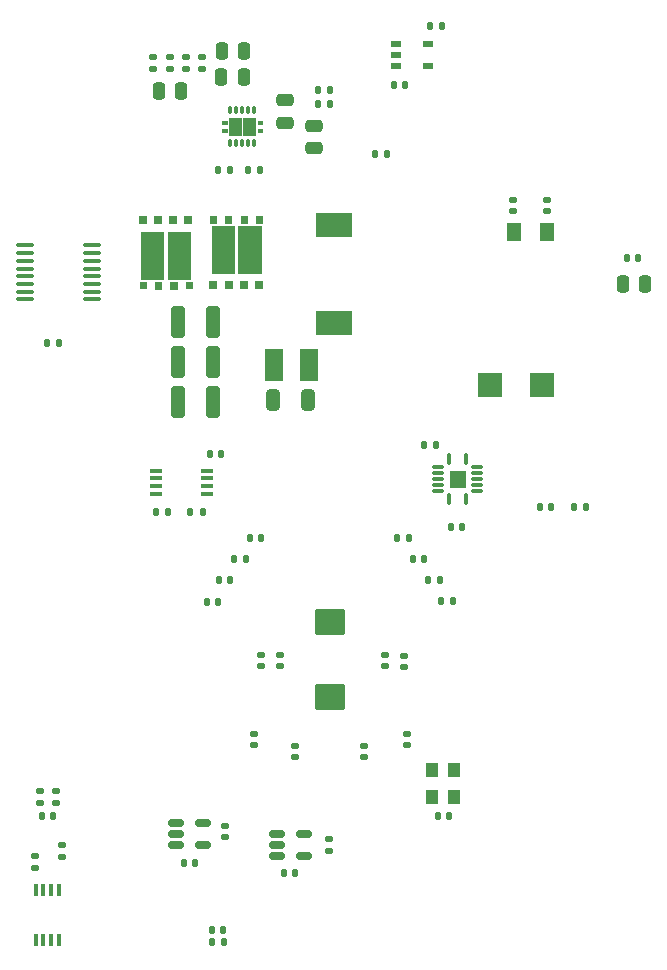
<source format=gbr>
%TF.GenerationSoftware,KiCad,Pcbnew,7.0.6-0*%
%TF.CreationDate,2023-07-12T23:14:27-04:00*%
%TF.ProjectId,bitaxeUltra,62697461-7865-4556-9c74-72612e6b6963,rev?*%
%TF.SameCoordinates,Original*%
%TF.FileFunction,Paste,Top*%
%TF.FilePolarity,Positive*%
%FSLAX46Y46*%
G04 Gerber Fmt 4.6, Leading zero omitted, Abs format (unit mm)*
G04 Created by KiCad (PCBNEW 7.0.6-0) date 2023-07-12 23:14:27*
%MOMM*%
%LPD*%
G01*
G04 APERTURE LIST*
G04 Aperture macros list*
%AMRoundRect*
0 Rectangle with rounded corners*
0 $1 Rounding radius*
0 $2 $3 $4 $5 $6 $7 $8 $9 X,Y pos of 4 corners*
0 Add a 4 corners polygon primitive as box body*
4,1,4,$2,$3,$4,$5,$6,$7,$8,$9,$2,$3,0*
0 Add four circle primitives for the rounded corners*
1,1,$1+$1,$2,$3*
1,1,$1+$1,$4,$5*
1,1,$1+$1,$6,$7*
1,1,$1+$1,$8,$9*
0 Add four rect primitives between the rounded corners*
20,1,$1+$1,$2,$3,$4,$5,0*
20,1,$1+$1,$4,$5,$6,$7,0*
20,1,$1+$1,$6,$7,$8,$9,0*
20,1,$1+$1,$8,$9,$2,$3,0*%
G04 Aperture macros list end*
%ADD10C,0.010000*%
%ADD11C,0.001000*%
%ADD12RoundRect,0.250000X0.475000X-0.250000X0.475000X0.250000X-0.475000X0.250000X-0.475000X-0.250000X0*%
%ADD13RoundRect,0.140000X0.140000X0.170000X-0.140000X0.170000X-0.140000X-0.170000X0.140000X-0.170000X0*%
%ADD14R,2.000000X2.000000*%
%ADD15RoundRect,0.100000X-0.637500X-0.100000X0.637500X-0.100000X0.637500X0.100000X-0.637500X0.100000X0*%
%ADD16RoundRect,0.140000X-0.170000X0.140000X-0.170000X-0.140000X0.170000X-0.140000X0.170000X0.140000X0*%
%ADD17RoundRect,0.135000X0.185000X-0.135000X0.185000X0.135000X-0.185000X0.135000X-0.185000X-0.135000X0*%
%ADD18RoundRect,0.135000X-0.185000X0.135000X-0.185000X-0.135000X0.185000X-0.135000X0.185000X0.135000X0*%
%ADD19RoundRect,0.250000X0.250000X0.475000X-0.250000X0.475000X-0.250000X-0.475000X0.250000X-0.475000X0*%
%ADD20RoundRect,0.250000X-0.475000X0.250000X-0.475000X-0.250000X0.475000X-0.250000X0.475000X0.250000X0*%
%ADD21RoundRect,0.250000X-0.250000X-0.475000X0.250000X-0.475000X0.250000X0.475000X-0.250000X0.475000X0*%
%ADD22R,1.168400X1.600200*%
%ADD23RoundRect,0.150000X-0.512500X-0.150000X0.512500X-0.150000X0.512500X0.150000X-0.512500X0.150000X0*%
%ADD24R,0.400000X1.100000*%
%ADD25RoundRect,0.140000X-0.140000X-0.170000X0.140000X-0.170000X0.140000X0.170000X-0.140000X0.170000X0*%
%ADD26RoundRect,0.135000X0.135000X0.185000X-0.135000X0.185000X-0.135000X-0.185000X0.135000X-0.185000X0*%
%ADD27RoundRect,0.140000X0.170000X-0.140000X0.170000X0.140000X-0.170000X0.140000X-0.170000X-0.140000X0*%
%ADD28RoundRect,0.007800X-0.122200X0.442200X-0.122200X-0.442200X0.122200X-0.442200X0.122200X0.442200X0*%
%ADD29RoundRect,0.007800X-0.442200X-0.122200X0.442200X-0.122200X0.442200X0.122200X-0.442200X0.122200X0*%
%ADD30R,3.100000X2.000000*%
%ADD31R,1.100000X0.400000*%
%ADD32RoundRect,0.135000X-0.135000X-0.185000X0.135000X-0.185000X0.135000X0.185000X-0.135000X0.185000X0*%
%ADD33RoundRect,0.250000X-1.025000X0.875000X-1.025000X-0.875000X1.025000X-0.875000X1.025000X0.875000X0*%
%ADD34R,0.700000X0.800000*%
%ADD35RoundRect,0.007874X-0.112126X0.292126X-0.112126X-0.292126X0.112126X-0.292126X0.112126X0.292126X0*%
%ADD36R,1.600000X2.700000*%
%ADD37RoundRect,0.250000X-0.325000X-1.100000X0.325000X-1.100000X0.325000X1.100000X-0.325000X1.100000X0*%
%ADD38R,1.100000X1.300000*%
%ADD39RoundRect,0.250000X0.325000X0.650000X-0.325000X0.650000X-0.325000X-0.650000X0.325000X-0.650000X0*%
%ADD40R,0.952500X0.558800*%
G04 APERTURE END LIST*
%TO.C,U2*%
D10*
X117072000Y-99915000D02*
X115772000Y-99915000D01*
X115772000Y-98615000D01*
X117072000Y-98615000D01*
X117072000Y-99915000D01*
G36*
X117072000Y-99915000D02*
G01*
X115772000Y-99915000D01*
X115772000Y-98615000D01*
X117072000Y-98615000D01*
X117072000Y-99915000D01*
G37*
%TO.C,Q2*%
X98591600Y-77590200D02*
X98061600Y-77580200D01*
X98061600Y-77020200D01*
X98591600Y-77020200D01*
X98591600Y-77590200D01*
G36*
X98591600Y-77590200D02*
G01*
X98061600Y-77580200D01*
X98061600Y-77020200D01*
X98591600Y-77020200D01*
X98591600Y-77590200D01*
G37*
X97291600Y-77590200D02*
X96761600Y-77580200D01*
X96761600Y-77020200D01*
X97291600Y-77020200D01*
X97291600Y-77590200D01*
G36*
X97291600Y-77590200D02*
G01*
X96761600Y-77580200D01*
X96761600Y-77020200D01*
X97291600Y-77020200D01*
X97291600Y-77590200D01*
G37*
X99881600Y-77610200D02*
X99351600Y-77600200D01*
X99351600Y-77040200D01*
X99881600Y-77040200D01*
X99881600Y-77610200D01*
G36*
X99881600Y-77610200D02*
G01*
X99351600Y-77600200D01*
X99351600Y-77040200D01*
X99881600Y-77040200D01*
X99881600Y-77610200D01*
G37*
X95991600Y-77610200D02*
X95461600Y-77600200D01*
X95461600Y-77040200D01*
X95991600Y-77040200D01*
X95991600Y-77610200D01*
G36*
X95991600Y-77610200D02*
G01*
X95461600Y-77600200D01*
X95461600Y-77040200D01*
X95991600Y-77040200D01*
X95991600Y-77610200D01*
G37*
X97521600Y-81790200D02*
X95601600Y-81790200D01*
X95601600Y-77810200D01*
X97521600Y-77810200D01*
X97521600Y-81790200D01*
G36*
X97521600Y-81790200D02*
G01*
X95601600Y-81790200D01*
X95601600Y-77810200D01*
X97521600Y-77810200D01*
X97521600Y-81790200D01*
G37*
X99801600Y-81800200D02*
X97881600Y-81800200D01*
X97881600Y-77820200D01*
X99801600Y-77820200D01*
X99801600Y-81800200D01*
G36*
X99801600Y-81800200D02*
G01*
X97881600Y-81800200D01*
X97881600Y-77820200D01*
X99801600Y-77820200D01*
X99801600Y-81800200D01*
G37*
%TO.C,U9*%
D11*
X99901691Y-69222200D02*
X99531691Y-69222200D01*
X99531691Y-68972200D01*
X99901691Y-68972200D01*
X99901691Y-69222200D01*
G36*
X99901691Y-69222200D02*
G01*
X99531691Y-69222200D01*
X99531691Y-68972200D01*
X99901691Y-68972200D01*
X99901691Y-69222200D01*
G37*
X96871691Y-69222200D02*
X96501691Y-69222200D01*
X96501691Y-68972200D01*
X96871691Y-68972200D01*
X96871691Y-69222200D01*
G36*
X96871691Y-69222200D02*
G01*
X96501691Y-69222200D01*
X96501691Y-68972200D01*
X96871691Y-68972200D01*
X96871691Y-69222200D01*
G37*
X99901691Y-69872200D02*
X99531691Y-69872200D01*
X99531691Y-69622200D01*
X99901691Y-69622200D01*
X99901691Y-69872200D01*
G36*
X99901691Y-69872200D02*
G01*
X99531691Y-69872200D01*
X99531691Y-69622200D01*
X99901691Y-69622200D01*
X99901691Y-69872200D01*
G37*
X96871691Y-69872200D02*
X96501691Y-69872200D01*
X96501691Y-69622200D01*
X96871691Y-69622200D01*
X96871691Y-69872200D01*
G36*
X96871691Y-69872200D02*
G01*
X96501691Y-69872200D01*
X96501691Y-69622200D01*
X96871691Y-69622200D01*
X96871691Y-69872200D01*
G37*
X99311691Y-70132200D02*
X98301691Y-70132200D01*
X98301691Y-68682200D01*
X99311691Y-68682200D01*
X99311691Y-70132200D01*
G36*
X99311691Y-70132200D02*
G01*
X98301691Y-70132200D01*
X98301691Y-68682200D01*
X99311691Y-68682200D01*
X99311691Y-70132200D01*
G37*
X98091691Y-70132200D02*
X97081691Y-70132200D01*
X97081691Y-68682200D01*
X98091691Y-68682200D01*
X98091691Y-70132200D01*
G36*
X98091691Y-70132200D02*
G01*
X97081691Y-70132200D01*
X97081691Y-68682200D01*
X98091691Y-68682200D01*
X98091691Y-70132200D01*
G37*
%TO.C,Q1*%
D10*
X91339887Y-82596364D02*
X91339887Y-83156364D01*
X90809887Y-83156364D01*
X90809887Y-82586364D01*
X91339887Y-82596364D01*
G36*
X91339887Y-82596364D02*
G01*
X91339887Y-83156364D01*
X90809887Y-83156364D01*
X90809887Y-82586364D01*
X91339887Y-82596364D01*
G37*
X92639887Y-82596364D02*
X92639887Y-83156364D01*
X92109887Y-83156364D01*
X92109887Y-82586364D01*
X92639887Y-82596364D01*
G36*
X92639887Y-82596364D02*
G01*
X92639887Y-83156364D01*
X92109887Y-83156364D01*
X92109887Y-82586364D01*
X92639887Y-82596364D01*
G37*
X90049887Y-82576364D02*
X90049887Y-83136364D01*
X89519887Y-83136364D01*
X89519887Y-82566364D01*
X90049887Y-82576364D01*
G36*
X90049887Y-82576364D02*
G01*
X90049887Y-83136364D01*
X89519887Y-83136364D01*
X89519887Y-82566364D01*
X90049887Y-82576364D01*
G37*
X93939887Y-82576364D02*
X93939887Y-83136364D01*
X93409887Y-83136364D01*
X93409887Y-82566364D01*
X93939887Y-82576364D01*
G36*
X93939887Y-82576364D02*
G01*
X93939887Y-83136364D01*
X93409887Y-83136364D01*
X93409887Y-82566364D01*
X93939887Y-82576364D01*
G37*
X93799887Y-82366364D02*
X91879887Y-82366364D01*
X91879887Y-78386364D01*
X93799887Y-78386364D01*
X93799887Y-82366364D01*
G36*
X93799887Y-82366364D02*
G01*
X91879887Y-82366364D01*
X91879887Y-78386364D01*
X93799887Y-78386364D01*
X93799887Y-82366364D01*
G37*
X91519887Y-82356364D02*
X89599887Y-82356364D01*
X89599887Y-78376364D01*
X91519887Y-78376364D01*
X91519887Y-82356364D01*
G36*
X91519887Y-82356364D02*
G01*
X89599887Y-82356364D01*
X89599887Y-78376364D01*
X91519887Y-78376364D01*
X91519887Y-82356364D01*
G37*
%TD*%
D12*
%TO.C,C43*%
X104265600Y-71247800D03*
X104265600Y-69347800D03*
%TD*%
D13*
%TO.C,C19*%
X116836000Y-103365000D03*
X115876000Y-103365000D03*
%TD*%
D14*
%TO.C,D1*%
X119190000Y-91300000D03*
X123590000Y-91300000D03*
%TD*%
D15*
%TO.C,U8*%
X79777500Y-79495000D03*
X79777500Y-80145000D03*
X79777500Y-80795000D03*
X79777500Y-81445000D03*
X79777500Y-82095000D03*
X79777500Y-82745000D03*
X79777500Y-83395000D03*
X79777500Y-84045000D03*
X85502500Y-84045000D03*
X85502500Y-83395000D03*
X85502500Y-82745000D03*
X85502500Y-82095000D03*
X85502500Y-81445000D03*
X85502500Y-80795000D03*
X85502500Y-80145000D03*
X85502500Y-79495000D03*
%TD*%
D16*
%TO.C,C7*%
X99820000Y-114150000D03*
X99820000Y-115110000D03*
%TD*%
D17*
%TO.C,R7*%
X81075000Y-126664000D03*
X81075000Y-125644000D03*
%TD*%
D18*
%TO.C,R13*%
X90649600Y-63569000D03*
X90649600Y-64589000D03*
%TD*%
D13*
%TO.C,C1*%
X115730000Y-127810000D03*
X114770000Y-127810000D03*
%TD*%
D19*
%TO.C,C41*%
X98355400Y-63005800D03*
X96455400Y-63005800D03*
%TD*%
D13*
%TO.C,C3*%
X114920000Y-107790000D03*
X113960000Y-107790000D03*
%TD*%
D20*
%TO.C,C38*%
X101783000Y-67211600D03*
X101783000Y-69111600D03*
%TD*%
D16*
%TO.C,C25*%
X105540000Y-129760000D03*
X105540000Y-130720000D03*
%TD*%
D21*
%TO.C,C45*%
X91120000Y-66420000D03*
X93020000Y-66420000D03*
%TD*%
D22*
%TO.C,Y1*%
X124017400Y-78349000D03*
X121172600Y-78349000D03*
%TD*%
D23*
%TO.C,U5*%
X92615500Y-128358000D03*
X92615500Y-129308000D03*
X92615500Y-130258000D03*
X94890500Y-130258000D03*
X94890500Y-128358000D03*
%TD*%
D21*
%TO.C,C51*%
X130440000Y-82740000D03*
X132340000Y-82740000D03*
%TD*%
D23*
%TO.C,U6*%
X101182500Y-129290000D03*
X101182500Y-130240000D03*
X101182500Y-131190000D03*
X103457500Y-131190000D03*
X103457500Y-129290000D03*
%TD*%
D16*
%TO.C,C4*%
X108485000Y-121838000D03*
X108485000Y-122798000D03*
%TD*%
D24*
%TO.C,U7*%
X82655000Y-134030000D03*
X82005000Y-134030000D03*
X81355000Y-134030000D03*
X80705000Y-134030000D03*
X80705000Y-138330000D03*
X81355000Y-138330000D03*
X82005000Y-138330000D03*
X82655000Y-138330000D03*
%TD*%
D13*
%TO.C,C12*%
X99780000Y-104240000D03*
X98820000Y-104240000D03*
%TD*%
D25*
%TO.C,C52*%
X130790000Y-80550000D03*
X131750000Y-80550000D03*
%TD*%
D26*
%TO.C,R1*%
X127347000Y-101658000D03*
X126327000Y-101658000D03*
%TD*%
D27*
%TO.C,C30*%
X124043000Y-76576000D03*
X124043000Y-75616000D03*
%TD*%
D28*
%TO.C,U2*%
X115672000Y-97580000D03*
D29*
X114737000Y-98265000D03*
X114737000Y-98765000D03*
X114737000Y-99265000D03*
X114737000Y-99765000D03*
X114737000Y-100265000D03*
D28*
X115672000Y-100950000D03*
X117172000Y-100950000D03*
D29*
X118107000Y-100265000D03*
X118107000Y-99765000D03*
X118107000Y-99265000D03*
X118107000Y-98765000D03*
X118107000Y-98265000D03*
D28*
X117172000Y-97580000D03*
%TD*%
D18*
%TO.C,R10*%
X94828800Y-63573600D03*
X94828800Y-64593600D03*
%TD*%
D30*
%TO.C,L1*%
X106000600Y-77761400D03*
X106000600Y-86081400D03*
%TD*%
D17*
%TO.C,R15*%
X93465000Y-64589000D03*
X93465000Y-63569000D03*
%TD*%
D13*
%TO.C,C15*%
X98490000Y-106040000D03*
X97530000Y-106040000D03*
%TD*%
D26*
%TO.C,R16*%
X94840000Y-102040000D03*
X93820000Y-102040000D03*
%TD*%
D13*
%TO.C,C32*%
X82216000Y-127813000D03*
X81256000Y-127813000D03*
%TD*%
D16*
%TO.C,C16*%
X102646000Y-121838000D03*
X102646000Y-122798000D03*
%TD*%
D13*
%TO.C,C49*%
X115080000Y-60930000D03*
X114120000Y-60930000D03*
%TD*%
%TO.C,C18*%
X96139000Y-109681000D03*
X95179000Y-109681000D03*
%TD*%
D19*
%TO.C,C40*%
X98333000Y-65268000D03*
X96433000Y-65268000D03*
%TD*%
D31*
%TO.C,U10*%
X90890000Y-98565000D03*
X90890000Y-99215000D03*
X90890000Y-99865000D03*
X90890000Y-100515000D03*
X95190000Y-100515000D03*
X95190000Y-99865000D03*
X95190000Y-99215000D03*
X95190000Y-98565000D03*
%TD*%
D25*
%TO.C,C39*%
X104635400Y-67480800D03*
X105595400Y-67480800D03*
%TD*%
D27*
%TO.C,C31*%
X121159000Y-76585000D03*
X121159000Y-75625000D03*
%TD*%
D13*
%TO.C,C35*%
X82650000Y-87720000D03*
X81690000Y-87720000D03*
%TD*%
D16*
%TO.C,C10*%
X110280000Y-114170000D03*
X110280000Y-115130000D03*
%TD*%
%TO.C,C11*%
X101370000Y-114140000D03*
X101370000Y-115100000D03*
%TD*%
D18*
%TO.C,R14*%
X92057300Y-63569000D03*
X92057300Y-64589000D03*
%TD*%
D32*
%TO.C,R11*%
X104604000Y-66292000D03*
X105624000Y-66292000D03*
%TD*%
D27*
%TO.C,C14*%
X99190000Y-121800000D03*
X99190000Y-120840000D03*
%TD*%
D33*
%TO.C,C13*%
X105600000Y-111360000D03*
X105600000Y-117760000D03*
%TD*%
D34*
%TO.C,Q2*%
X95751600Y-82862700D03*
X97049900Y-82862700D03*
X98313300Y-82862700D03*
X99611600Y-82862700D03*
%TD*%
D27*
%TO.C,C33*%
X82970000Y-131240000D03*
X82970000Y-130280000D03*
%TD*%
D32*
%TO.C,R2*%
X95640000Y-138480000D03*
X96660000Y-138480000D03*
%TD*%
D25*
%TO.C,C44*%
X95450000Y-97140000D03*
X96410000Y-97140000D03*
%TD*%
D35*
%TO.C,U9*%
X99201691Y-68022200D03*
X98701691Y-68022200D03*
X98171691Y-68022200D03*
X97701691Y-68022200D03*
X97201691Y-68022200D03*
X97201691Y-70822200D03*
X97701691Y-70822200D03*
X98201691Y-70822200D03*
X98701691Y-70822200D03*
X99201691Y-70822200D03*
%TD*%
D25*
%TO.C,C22*%
X93253000Y-131818000D03*
X94213000Y-131818000D03*
%TD*%
D13*
%TO.C,C21*%
X124370000Y-101660000D03*
X123410000Y-101660000D03*
%TD*%
%TO.C,C6*%
X113620000Y-106030000D03*
X112660000Y-106030000D03*
%TD*%
D36*
%TO.C,C46*%
X103851600Y-89640200D03*
X100851600Y-89640200D03*
%TD*%
D34*
%TO.C,Q1*%
X93649887Y-77313864D03*
X92351587Y-77313864D03*
X91088187Y-77313864D03*
X89789887Y-77313864D03*
%TD*%
D32*
%TO.C,R17*%
X90910000Y-102040000D03*
X91930000Y-102040000D03*
%TD*%
D25*
%TO.C,C42*%
X96189800Y-73128000D03*
X97149800Y-73128000D03*
%TD*%
D37*
%TO.C,C34*%
X92806600Y-85970200D03*
X95756600Y-85970200D03*
%TD*%
D38*
%TO.C,U1*%
X116140000Y-126170000D03*
X116140000Y-123870000D03*
X114240000Y-123870000D03*
X114240000Y-126170000D03*
%TD*%
D32*
%TO.C,R12*%
X98650200Y-73123400D03*
X99670200Y-73123400D03*
%TD*%
D26*
%TO.C,R4*%
X110465000Y-71760000D03*
X109445000Y-71760000D03*
%TD*%
D13*
%TO.C,C2*%
X116020000Y-109624000D03*
X115060000Y-109624000D03*
%TD*%
D25*
%TO.C,C23*%
X101730000Y-132610000D03*
X102690000Y-132610000D03*
%TD*%
D27*
%TO.C,C5*%
X112160000Y-121800000D03*
X112160000Y-120840000D03*
%TD*%
D17*
%TO.C,R9*%
X80700000Y-132210000D03*
X80700000Y-131190000D03*
%TD*%
D13*
%TO.C,C17*%
X97210000Y-107780000D03*
X96250000Y-107780000D03*
%TD*%
%TO.C,C8*%
X112290000Y-104240000D03*
X111330000Y-104240000D03*
%TD*%
D25*
%TO.C,C29*%
X95640000Y-137410000D03*
X96600000Y-137410000D03*
%TD*%
%TO.C,C27*%
X111051000Y-65931000D03*
X112011000Y-65931000D03*
%TD*%
D13*
%TO.C,C20*%
X114582000Y-96355000D03*
X113622000Y-96355000D03*
%TD*%
D39*
%TO.C,C47*%
X103786600Y-92610200D03*
X100836600Y-92610200D03*
%TD*%
D16*
%TO.C,C24*%
X96763000Y-128638000D03*
X96763000Y-129598000D03*
%TD*%
D37*
%TO.C,C36*%
X92766600Y-89380200D03*
X95716600Y-89380200D03*
%TD*%
D16*
%TO.C,C9*%
X111870000Y-114230000D03*
X111870000Y-115190000D03*
%TD*%
D40*
%TO.C,U11*%
X111185050Y-62440200D03*
X111185050Y-63380000D03*
X111185050Y-64319800D03*
X113940950Y-64319800D03*
X113940950Y-62440200D03*
%TD*%
D37*
%TO.C,C37*%
X92766600Y-92740200D03*
X95716600Y-92740200D03*
%TD*%
D18*
%TO.C,R8*%
X82470000Y-125644000D03*
X82470000Y-126664000D03*
%TD*%
M02*

</source>
